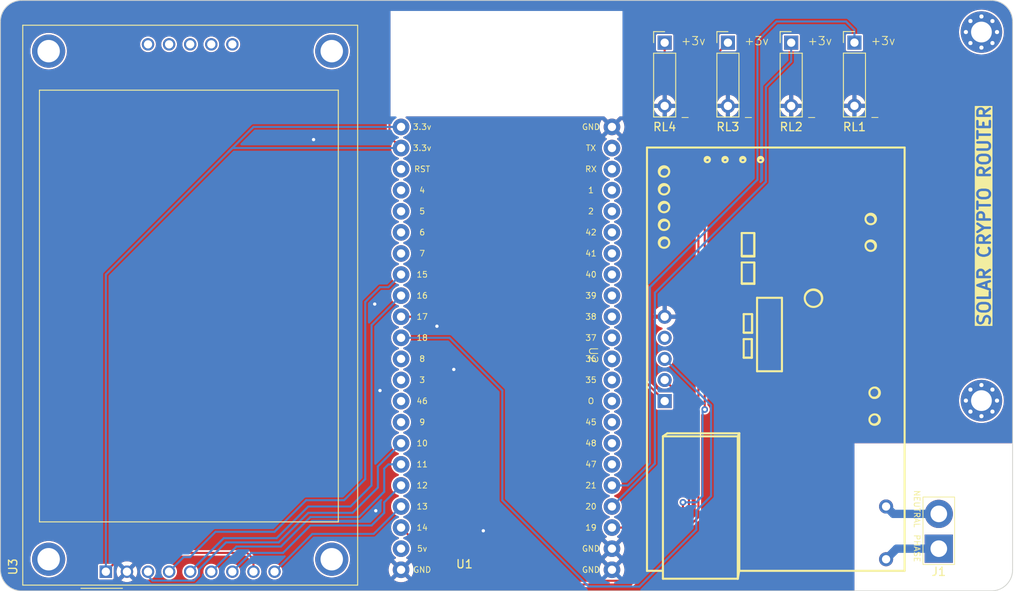
<source format=kicad_pcb>
(kicad_pcb (version 20221018) (generator pcbnew)
  (layers (0 "F.Cu" signal) (31 "B.Cu" signal) (34 "B.Paste" user) (35 "F.Paste" user) (36 "B.SilkS" user "B.Silkscreen") (37 "F.SilkS" user "F.Silkscreen") (38 "B.Mask" user) (39 "F.Mask" user) (44 "Edge.Cuts" user))
  (net 0 "")
  (net 27 "220V_phase")
  (net 28 "220V_neutral")
  (net 29 "/Relay1")
  (net 30 "GND")
  (net 31 "/Relay2")
  (net 32 "/Relay3")
  (net 33 "/Relay4")
  (net 34 "+3.3V")
  (net 35 "/TFT_RST")
  (net 36 "/TFT_DC")
  (net 37 "/TXD")
  (net 38 "/RXD")
  (net 39 "/TFT_CS")
  (net 40 "/TFT_MOSI")
  (net 41 "/TFT_SCK")
  (net 42 "/TFT_MISO")
  (footprint "ssr25routeur:220VCNX" (layer "F.Cu") (at 143.51 104.14 180)
    (fp_text reference "J1" (at 0 -2.77) (layer "F.SilkS"))
    (fp_text value "220vprobe")
    (fp_text user "PHASE" (at 3.048 1.778 270 unlocked) (layer "F.SilkS") (effects (font (size 0.7 0.7) (thickness 0.1)) (justify left bottom)))
    (fp_text user "NEUTRAL" (at 3.048 7.112 270 unlocked) (layer "F.SilkS") (effects (font (size 0.7 0.7) (thickness 0.1)) (justify left bottom)))
    (fp_rect (start -1.905 -1.905) (end 1.905 6.223) (stroke (width 0.1)) (fill none) (layer "F.SilkS"))
    (pad "1" thru_hole rect (at 0 0 180) (size 3.4 3.4) (drill 2) (layers "*.Cu" "*.Mask") (net 27 "220V_phase"))
    (pad "2" thru_hole oval (at 0 4.191 180) (size 3.4 3.4) (drill 2) (layers "*.Cu" "*.Mask") (net 28 "220V_neutral"))
  )
  (footprint "MountingHole:MountingHole_2.5mm_Pad_Via" (layer "F.Cu") (at 148.645825 86.304175)
    (fp_text reference "H2" hide)
    (fp_text value "MountingHole")
    (pad "1" thru_hole circle (at -1.875 0) (size 0.8 0.8) (drill 0.5) (layers "*.Cu" "*.Mask"))
    (pad "1" thru_hole circle (at -1.325825 -1.325825) (size 0.8 0.8) (drill 0.5) (layers "*.Cu" "*.Mask"))
    (pad "1" thru_hole circle (at -1.325825 1.325825) (size 0.8 0.8) (drill 0.5) (layers "*.Cu" "*.Mask"))
    (pad "1" thru_hole circle (at 0 -1.875) (size 0.8 0.8) (drill 0.5) (layers "*.Cu" "*.Mask"))
    (pad "1" thru_hole circle (at 0 0) (size 5 5) (drill 2.5) (layers "*.Cu" "*.Mask"))
    (pad "1" thru_hole circle (at 0 1.875) (size 0.8 0.8) (drill 0.5) (layers "*.Cu" "*.Mask"))
    (pad "1" thru_hole circle (at 1.325825 -1.325825) (size 0.8 0.8) (drill 0.5) (layers "*.Cu" "*.Mask"))
    (pad "1" thru_hole circle (at 1.325825 1.325825) (size 0.8 0.8) (drill 0.5) (layers "*.Cu" "*.Mask"))
    (pad "1" thru_hole circle (at 1.875 0) (size 0.8 0.8) (drill 0.5) (layers "*.Cu" "*.Mask"))
  )
  (footprint "ssr25routeur:JSY-mk-194tpcb" (layer "F.Cu") (at 101.6 81.28 -90)
    (fp_text reference "U2" (at -0.458088 -0.292968 -90 unlocked) (layer "F.SilkS") (effects (font (thickness 0.1))))
    (fp_text value "~")
    (fp_line (start -25.458088 -37.792968) (end -25.458088 -6.760584) (stroke (width 0.25)) (layer "F.SilkS"))
    (fp_line (start -25.458088 -6.760584) (end 25.529106 -6.760584) (stroke (width 0.25)) (layer "F.SilkS"))
    (fp_line (start -15.160345 -19.680943) (end -15.160345 -18.174551) (stroke (width 0.25)) (layer "F.SilkS"))
    (fp_line (start -15.160345 -19.680943) (end -15.071065 -19.696194) (stroke (width 0.25)) (layer "F.SilkS"))
    (fp_line (start -15.160345 -18.174551) (end -12.409542 -18.174551) (stroke (width 0.25)) (layer "F.SilkS"))
    (fp_line (start -12.409542 -19.680943) (end -15.160345 -19.680943) (stroke (width 0.25)) (layer "F.SilkS"))
    (fp_line (start -12.409542 -19.680943) (end -12.336424 -19.696194) (stroke (width 0.25)) (layer "F.SilkS"))
    (fp_line (start -12.409542 -18.174551) (end -12.409542 -19.680943) (stroke (width 0.25)) (layer "F.SilkS"))
    (fp_line (start -12.409542 -18.174551) (end -12.336424 -18.198652) (stroke (width 0.25)) (layer "F.SilkS"))
    (fp_line (start -12.336424 -19.696194) (end -15.071065 -19.696194) (stroke (width 0.25)) (layer "F.SilkS"))
    (fp_line (start -12.336424 -18.198652) (end -12.336424 -19.696194) (stroke (width 0.25)) (layer "F.SilkS"))
    (fp_line (start -11.615411 -19.680943) (end -11.615411 -18.174551) (stroke (width 0.25)) (layer "F.SilkS"))
    (fp_line (start -11.615411 -19.680943) (end -11.546959 -19.696194) (stroke (width 0.25)) (layer "F.SilkS"))
    (fp_line (start -11.615411 -18.174551) (end -9.093842 -18.174551) (stroke (width 0.25)) (layer "F.SilkS"))
    (fp_line (start -9.093842 -19.680943) (end -11.615411 -19.680943) (stroke (width 0.25)) (layer "F.SilkS"))
    (fp_line (start -9.093842 -19.680943) (end -9.040205 -19.696194) (stroke (width 0.25)) (layer "F.SilkS"))
    (fp_line (start -9.093842 -18.174551) (end -9.093842 -19.680943) (stroke (width 0.25)) (layer "F.SilkS"))
    (fp_line (start -9.093842 -18.174551) (end -9.040205 -18.198652) (stroke (width 0.25)) (layer "F.SilkS"))
    (fp_line (start -9.040205 -19.696194) (end -11.546959 -19.696194) (stroke (width 0.25)) (layer "F.SilkS"))
    (fp_line (start -9.040205 -18.198652) (end -9.040205 -19.696194) (stroke (width 0.25)) (layer "F.SilkS"))
    (fp_line (start -7.358877 -23.01729) (end -7.358877 -20.017886) (stroke (width 0.25)) (layer "F.SilkS"))
    (fp_line (start -7.358877 -20.017886) (end 1.484193 -20.017886) (stroke (width 0.25)) (layer "F.SilkS"))
    (fp_line (start -5.392302 -19.40881) (end -5.392302 -18.409762) (stroke (width 0.25)) (layer "F.SilkS"))
    (fp_line (start -5.392302 -19.40881) (end -5.360412 -19.42566) (stroke (width 0.25)) (layer "F.SilkS"))
    (fp_line (start -5.392302 -18.409762) (end -3.16757 -18.409762) (stroke (width 0.25)) (layer "F.SilkS"))
    (fp_line (start -3.16757 -19.40881) (end -5.392302 -19.40881) (stroke (width 0.25)) (layer "F.SilkS"))
    (fp_line (start -3.16757 -19.40881) (end -3.148752 -19.42566) (stroke (width 0.25)) (layer "F.SilkS"))
    (fp_line (start -3.16757 -18.409762) (end -3.16757 -19.40881) (stroke (width 0.25)) (layer "F.SilkS"))
    (fp_line (start -3.16757 -18.409762) (end -3.148752 -18.432482) (stroke (width 0.25)) (layer "F.SilkS"))
    (fp_line (start -3.148752 -19.42566) (end -5.360412 -19.42566) (stroke (width 0.25)) (layer "F.SilkS"))
    (fp_line (start -3.148752 -18.432482) (end -3.148752 -19.42566) (stroke (width 0.25)) (layer "F.SilkS"))
    (fp_line (start -2.381283 -19.381059) (end -2.381283 -18.409762) (stroke (width 0.25)) (layer "F.SilkS"))
    (fp_line (start -2.381283 -19.381059) (end -2.367084 -19.398072) (stroke (width 0.25)) (layer "F.SilkS"))
    (fp_line (start -2.381283 -18.409762) (end -0.147301 -18.409762) (stroke (width 0.25)) (layer "F.SilkS"))
    (fp_line (start -0.147301 -19.381059) (end -2.381283 -19.381059) (stroke (width 0.25)) (layer "F.SilkS"))
    (fp_line (start -0.147301 -19.381059) (end -0.146227 -19.398072) (stroke (width 0.25)) (layer "F.SilkS"))
    (fp_line (start -0.147301 -18.409762) (end -0.147301 -19.381059) (stroke (width 0.25)) (layer "F.SilkS"))
    (fp_line (start -0.147301 -18.409762) (end -0.146227 -18.432482) (stroke (width 0.25)) (layer "F.SilkS"))
    (fp_line (start -0.146227 -19.398072) (end -2.367084 -19.398072) (stroke (width 0.25)) (layer "F.SilkS"))
    (fp_line (start -0.146227 -18.432482) (end -0.146227 -19.398072) (stroke (width 0.25)) (layer "F.SilkS"))
    (fp_line (start 1.484193 -23.01729) (end -7.358877 -23.01729) (stroke (width 0.25)) (layer "F.SilkS"))
    (fp_line (start 1.484193 -20.017886) (end 1.484193 -23.01729) (stroke (width 0.25)) (layer "F.SilkS"))
    (fp_line (start 4.661141 -33.94509) (end 4.64877 -33.904464) (stroke (width 0.25)) (layer "F.SilkS"))
    (fp_line (start 4.682552 -34.107717) (end 4.661141 -33.94509) (stroke (width 0.25)) (layer "F.SilkS"))
    (fp_line (start 8.962046 -17.876606) (end 8.962046 -9.212982) (stroke (width 0.25)) (layer "F.SilkS"))
    (fp_line (start 9.325937 -17.697233) (end 8.962046 -17.876606) (stroke (width 0.25)) (layer "F.SilkS"))
    (fp_line (start 9.325937 -17.697233) (end 9.325937 -8.680436) (stroke (width 0.25)) (layer "F.SilkS"))
    (fp_line (start 9.325937 -8.680436) (end 8.962046 -9.212982) (stroke (width 0.25)) (layer "F.SilkS"))
    (fp_line (start 9.325937 -8.680436) (end 26.480614 -8.680436) (stroke (width 0.25)) (layer "F.SilkS"))
    (fp_line (start 25.444802 -17.876606) (end 8.962046 -17.876606) (stroke (width 0.25)) (layer "F.SilkS"))
    (fp_line (start 25.444802 -17.876606) (end 26.480614 -17.697233) (stroke (width 0.25)) (layer "F.SilkS"))
    (fp_line (start 25.529106 -37.792968) (end -25.458088 -37.792968) (stroke (width 0.25)) (layer "F.SilkS"))
    (fp_line (start 25.529106 -17.862007) (end 25.529106 -37.792968) (stroke (width 0.25)) (layer "F.SilkS"))
    (fp_line (start 25.529106 -6.760584) (end 25.529106 -8.680436) (stroke (width 0.25)) (layer "F.SilkS"))
    (fp_line (start 26.480614 -17.697233) (end 9.325937 -17.697233) (stroke (width 0.25)) (layer "F.SilkS"))
    (fp_line (start 26.480614 -17.697233) (end 26.480614 -8.680436) (stroke (width 0.25)) (layer "F.SilkS"))
    (fp_arc (start -23.905807 -20.145464) (mid -24.17386 -20.431679) (end -23.953977 -20.756369) (stroke (width 0.25)) (layer "F.SilkS"))
    (fp_arc (start -23.875762 -18.014575) (mid -24.169684 -18.271742) (end -23.98608 -18.616436) (stroke (width 0.25)) (layer "F.SilkS"))
    (fp_arc (start -23.860697 -15.886221) (mid -24.164721 -16.121329) (end -24.013732 -16.474753) (stroke (width 0.25)) (layer "F.SilkS"))
    (fp_arc (start -23.84143 -13.758819) (mid -24.159407 -13.975168) (end -24.029688 -14.33723) (stroke (width 0.25)) (layer "F.SilkS"))
    (fp_arc (start -22.212199 -8.311888) (mid -22.971191 -8.576398) (end -22.842211 -9.369745) (stroke (width 0.25)) (layer "F.SilkS"))
    (fp_arc (start -20.080813 -8.313188) (mid -20.837935 -8.56772) (end -20.726696 -9.358699) (stroke (width 0.25)) (layer "F.SilkS"))
    (fp_arc (start -17.933943 -8.32084) (mid -18.69998 -8.552113) (end -18.610883 -9.347325) (stroke (width 0.25)) (layer "F.SilkS"))
    (fp_arc (start -17.198932 -33.205949) (mid -17.253538 -34.012954) (end -16.467847 -34.205123) (stroke (width 0.25)) (layer "F.SilkS"))
    (fp_arc (start -15.754985 -8.345246) (mid -16.550958 -8.522169) (end -16.494762 -9.335629) (stroke (width 0.25)) (layer "F.SilkS"))
    (fp_arc (start -14.018249 -33.219359) (mid -14.044183 -34.034042) (end -13.243928 -34.188873) (stroke (width 0.25)) (layer "F.SilkS"))
    (fp_arc (start -13.527567 -8.41146) (mid -14.351097 -8.441544) (end -14.429131 -9.261921) (stroke (width 0.25)) (layer "F.SilkS"))
    (fp_arc (start -7.703216 -25.838895) (mid -8.156241 -27.341451) (end -6.609626 -27.607699) (stroke (width 0.25)) (layer "F.SilkS"))
    (fp_arc (start 3.44984 -34.279636) (mid 4.141001 -34.730043) (end 4.682552 -34.107717) (stroke (width 0.25)) (layer "F.SilkS"))
    (fp_arc (start 6.732799 -34.435424) (mid 7.607805 -34.635645) (end 7.788423 -33.756384) (stroke (width 0.25)) (layer "F.SilkS"))
    (fp_circle (center -24.010416 -20.444967) (end -23.694275 -20.444967) (stroke (width 0.25)) (fill none) (layer "F.SilkS"))
    (fp_circle (center -24.010416 -18.30364) (end -23.694275 -18.30364) (stroke (width 0.25)) (fill none) (layer "F.SilkS"))
    (fp_circle (center -24.010416 -16.162313) (end -23.694275 -16.162313) (stroke (width 0.25)) (fill none) (layer "F.SilkS"))
    (fp_circle (center -24.010416 -14.020985) (end -23.694275 -14.020985) (stroke (width 0.25)) (fill none) (layer "F.SilkS"))
    (fp_circle (center -22.574953 -8.812389) (end -21.945953 -8.812389) (stroke (width 0.25)) (fill none) (layer "F.SilkS"))
    (fp_circle (center -20.433625 -8.812389) (end -19.804625 -8.812389) (stroke (width 0.25)) (fill none) (layer "F.SilkS"))
    (fp_circle (center -18.292298 -8.812389) (end -17.663298 -8.812389) (stroke (width 0.25)) (fill none) (layer "F.SilkS"))
    (fp_circle (center -16.851613 -33.713142) (end -16.219331 -33.713142) (stroke (width 0.25)) (fill none) (layer "F.SilkS"))
    (fp_circle (center -16.150971 -8.812389) (end -15.521971 -8.812389) (stroke (width 0.25)) (fill none) (layer "F.SilkS"))
    (fp_circle (center -14.009643 -8.812389) (end -13.380644 -8.812389) (stroke (width 0.25)) (fill none) (layer "F.SilkS"))
    (fp_circle (center -13.638371 -33.713142) (end -13.006089 -33.713142) (stroke (width 0.25)) (fill none) (layer "F.SilkS"))
    (fp_circle (center -7.310931 -26.818825) (end -6.256749 -26.818825) (stroke (width 0.25)) (fill none) (layer "F.SilkS"))
    (fp_circle (center 4.079393 -34.181861) (end 4.711675 -34.181861) (stroke (width 0.25)) (fill none) (layer "F.SilkS"))
    (fp_circle (center 7.313537 -34.181861) (end 7.94521 -34.181861) (stroke (width 0.25)) (fill none) (layer "F.SilkS"))
    (pad "1" thru_hole rect (at 5.08 -8.89 270) (size 1.7 1.7) (drill 1) (layers "*.Cu" "*.Mask") (net 34 "+3.3V"))
    (pad "2" thru_hole oval (at 2.54 -8.89 270) (size 1.7 1.7) (drill 1) (layers "*.Cu" "*.Mask") (net 37 "/TXD"))
    (pad "3" thru_hole oval (at 0 -8.89 270) (size 1.7 1.7) (drill 1) (layers "*.Cu" "*.Mask") (net 38 "/RXD"))
    (pad "4" thru_hole oval (at -2.54 -8.89 270) (size 1.7 1.7) (drill 1) (layers "*.Cu" "*.Mask"))
    (pad "5" thru_hole oval (at -5.08 -8.89 270) (size 1.7 1.7) (drill 1) (layers "*.Cu" "*.Mask") (net 30 "GND"))
    (pad "6" thru_hole oval (at 24.13 -35.56 270) (size 1.7 1.7) (drill 1) (layers "*.Cu" "*.Mask") (net 27 "220V_phase"))
    (pad "7" thru_hole oval (at 17.78 -35.56 270) (size 1.7 1.7) (drill 1) (layers "*.Cu" "*.Mask") (net 28 "220V_neutral"))
  )
  (footprint "ssr25routeur:SSR40DA" (layer "F.Cu") (at 118.11 43.19)
    (fp_text reference "RL3" (at 0 10.15) (layer "F.SilkS" knockout))
    (fp_text value "ssr40da")
    (fp_text user "-" (at 1.778 9.525 unlocked) (layer "F.SilkS") (effects (font (thickness 0.1)) (justify left bottom)))
    (fp_text user "+3v" (at 1.905 0.381 unlocked) (layer "F.SilkS") (effects (font (thickness 0.1)) (justify left bottom)))
    (fp_line (start -1.33 -1.33) (end 0 -1.33) (stroke (width 0.12)) (layer "F.SilkS"))
    (fp_line (start -1.33 0) (end -1.33 -1.33) (stroke (width 0.12)) (layer "F.SilkS"))
    (fp_line (start -1.33 1.27) (end -1.33 8.95) (stroke (width 0.12)) (layer "F.SilkS"))
    (fp_line (start -1.33 1.27) (end 1.33 1.27) (stroke (width 0.12)) (layer "F.SilkS"))
    (fp_line (start -1.33 8.95) (end 1.33 8.95) (stroke (width 0.12)) (layer "F.SilkS"))
    (fp_line (start 1.33 1.27) (end 1.33 8.95) (stroke (width 0.12)) (layer "F.SilkS"))
    (pad "3" thru_hole rect (at 0 0) (size 1.7 1.7) (drill 1) (layers "*.Cu" "*.Mask") (net 32 "/Relay3"))
    (pad "4" thru_hole oval (at 0 7.62) (size 1.7 1.7) (drill 1) (layers "*.Cu" "*.Mask") (net 30 "GND"))
  )
  (footprint "ssr25routeur:SSR40DA" (layer "F.Cu") (at 110.49 43.19)
    (fp_text reference "RL4" (at 0 10.15) (layer "F.SilkS" knockout))
    (fp_text value "ssr40da")
    (fp_text user "-" (at 1.778 9.525 unlocked) (layer "F.SilkS") (effects (font (thickness 0.1)) (justify left bottom)))
    (fp_text user "+3v" (at 1.905 0.381 unlocked) (layer "F.SilkS") (effects (font (thickness 0.1)) (justify left bottom)))
    (fp_line (start -1.33 -1.33) (end 0 -1.33) (stroke (width 0.12)) (layer "F.SilkS"))
    (fp_line (start -1.33 0) (end -1.33 -1.33) (stroke (width 0.12)) (layer "F.SilkS"))
    (fp_line (start -1.33 1.27) (end -1.33 8.95) (stroke (width 0.12)) (layer "F.SilkS"))
    (fp_line (start -1.33 1.27) (end 1.33 1.27) (stroke (width 0.12)) (layer "F.SilkS"))
    (fp_line (start -1.33 8.95) (end 1.33 8.95) (stroke (width 0.12)) (layer "F.SilkS"))
    (fp_line (start 1.33 1.27) (end 1.33 8.95) (stroke (width 0.12)) (layer "F.SilkS"))
    (pad "3" thru_hole rect (at 0 0) (size 1.7 1.7) (drill 1) (layers "*.Cu" "*.Mask") (net 33 "/Relay4"))
    (pad "4" thru_hole oval (at 0 7.62) (size 1.7 1.7) (drill 1) (layers "*.Cu" "*.Mask") (net 30 "GND"))
  )
  (footprint "ssr25routeur:AI-S3" (layer "F.Cu") (at 77.481864 108.54)
    (fp_text reference "U1" (at 8.89 -2.54 unlocked) (layer "F.SilkS"))
    (fp_text value "AI-S3")
    (fp_text user "14" (at 3.8 -6.94 unlocked) (layer "F.SilkS") (effects (font (size 0.7 0.7) (thickness 0.1))))
    (fp_text user "20" (at 24.13 -9.48 unlocked) (layer "F.SilkS") (effects (font (size 0.7 0.7) (thickness 0.1))))
    (fp_text user "GND" (at 24.13 -55.2 unlocked) (layer "F.SilkS") (effects (font (size 0.7 0.7) (thickness 0.1))))
    (fp_text user "12" (at 3.8 -12.02 unlocked) (layer "F.SilkS") (effects (font (size 0.7 0.7) (thickness 0.1))))
    (fp_text user "RX" (at 24.13 -50.12 unlocked) (layer "F.SilkS") (effects (font (size 0.7 0.7) (thickness 0.1))))
    (fp_text user "19" (at 24.13 -6.94 unlocked) (layer "F.SilkS") (effects (font (size 0.7 0.7) (thickness 0.1))))
    (fp_text user "GND" (at 24.13 -4.4 unlocked) (layer "F.SilkS") (effects (font (size 0.7 0.7) (thickness 0.1))))
    (fp_text user "2" (at 24.13 -45.04 unlocked) (layer "F.SilkS") (effects (font (size 0.7 0.7) (thickness 0.1))))
    (fp_text user "41" (at 24.13 -39.96 unlocked) (layer "F.SilkS") (effects (font (size 0.7 0.7) (thickness 0.1))))
    (fp_text user "4" (at 3.8 -47.58 unlocked) (layer "F.SilkS") (effects (font (size 0.7 0.7) (thickness 0.1))))
    (fp_text user "15" (at 3.8 -37.42 unlocked) (layer "F.SilkS") (effects (font (size 0.7 0.7) (thickness 0.1))))
    (fp_text user "O" (at 24.13 -22.18 unlocked) (layer "F.SilkS") (effects (font (size 0.7 0.7) (thickness 0.1))))
    (fp_text user "35" (at 24.13 -24.72 unlocked) (layer "F.SilkS") (effects (font (size 0.7 0.7) (thickness 0.1))))
    (fp_text user "42" (at 24.13 -42.5 unlocked) (layer "F.SilkS") (effects (font (size 0.7 0.7) (thickness 0.1))))
    (fp_text user "47" (at 24.13 -14.56 unlocked) (layer "F.SilkS") (effects (font (size 0.7 0.7) (thickness 0.1))))
    (fp_text user "9" (at 3.8 -19.64 unlocked) (layer "F.SilkS") (effects (font (size 0.7 0.7) (thickness 0.1))))
    (fp_text user "46" (at 3.8 -22.18 unlocked) (layer "F.SilkS") (effects (font (size 0.7 0.7) (thickness 0.1))))
    (fp_text user "11" (at 3.8 -14.56 unlocked) (layer "F.SilkS") (effects (font (size 0.7 0.7) (thickness 0.1))))
    (fp_text user "GND" (at 3.8 -1.86 unlocked) (layer "F.SilkS") (effects (font (size 0.7 0.7) (thickness 0.1))))
    (fp_text user "40" (at 24.13 -37.42 unlocked) (layer "F.SilkS") (effects (font (size 0.7 0.7) (thickness 0.1))))
    (fp_text user "8" (at 3.8 -27.26 unlocked) (layer "F.SilkS") (effects (font (size 0.7 0.7) (thickness 0.1))))
    (fp_text user "16" (at 3.8 -34.88 unlocked) (layer "F.SilkS") (effects (font (size 0.7 0.7) (thickness 0.1))))
    (fp_text user "1" (at 24.13 -47.58 unlocked) (layer "F.SilkS") (effects (font (size 0.7 0.7) (thickness 0.1))))
    (fp_text user "RST" (at 3.8 -50.12 unlocked) (layer "F.SilkS") (effects (font (size 0.7 0.7) (thickness 0.1))))
    (fp_text user "21" (at 24.13 -12.02 unlocked) (layer "F.SilkS") (effects (font (size 0.7 0.7) (thickness 0.1))))
    (fp_text user "17" (at 3.8 -32.34 unlocked) (layer "F.SilkS") (effects (font (size 0.7 0.7) (thickness 0.1))))
    (fp_text user "38" (at 24.13 -32.34 unlocked) (layer "F.SilkS") (effects (font (size 0.7 0.7) (thickness 0.1))))
    (fp_text user "18" (at 3.8 -29.8 unlocked) (layer "F.SilkS") (effects (font (size 0.7 0.7) (thickness 0.1))))
    (fp_text user "3.3v" (at 3.8 -52.66 unlocked) (layer "F.SilkS") (effects (font (size 0.7 0.7) (thickness 0.1))))
    (fp_text user "45" (at 24.13 -19.64 unlocked) (layer "F.SilkS") (effects (font (size 0.7 0.7) (thickness 0.1))))
    (fp_text user "5v" (at 3.8 -4.4 unlocked) (layer "F.SilkS") (effects (font (size 0.7 0.7) (thickness 0.1))))
    (fp_text user "36" (at 24.13 -27.26 unlocked) (layer "F.SilkS") (effects (font (size 0.7 0.7) (thickness 0.1))))
    (fp_text user "48" (at 24.13 -17.1 unlocked) (layer "F.SilkS") (effects (font (size 0.7 0.7) (thickness 0.1))))
    (fp_text user "10" (at 3.8 -17.1 unlocked) (layer "F.SilkS") (effects (font (size 0.7 0.7) (thickness 0.1))))
    (fp_text user "7" (at 3.8 -39.96 unlocked) (layer "F.SilkS") (effects (font (size 0.7 0.7) (thickness 0.1))))
    (fp_text user "13" (at 3.8 -9.48 unlocked) (layer "F.SilkS") (effects (font (size 0.7 0.7) (thickness 0.1))))
    (fp_text user "6" (at 3.8 -42.5 unlocked) (layer "F.SilkS") (effects (font (size 0.7 0.7) (thickness 0.1))))
    (fp_text user "3.3v" (at 3.8 -55.2 unlocked) (layer "F.SilkS") (effects (font (size 0.7 0.7) (thickness 0.1))))
    (fp_text user "39" (at 24.13 -34.88 unlocked) (layer "F.SilkS") (effects (font (size 0.7 0.7) (thickness 0.1))))
    (fp_text user "37" (at 24.13 -29.8 unlocked) (layer "F.SilkS") (effects (font (size 0.7 0.7) (thickness 0.1))))
    (fp_text user "3" (at 3.8 -24.72 unlocked) (layer "F.SilkS") (effects (font (size 0.7 0.7) (thickness 0.1))))
    (fp_text user "GND" (at 24.13 -1.86 unlocked) (layer "F.SilkS") (effects (font (size 0.7 0.7) (thickness 0.1))))
    (fp_text user "TX" (at 24.13 -52.66 unlocked) (layer "F.SilkS") (effects (font (size 0.7 0.7) (thickness 0.1))))
    (fp_text user "5" (at 3.8 -45.04 unlocked) (layer "F.SilkS") (effects (font (size 0.7 0.7) (thickness 0.1))))
    (pad "1" thru_hole circle (at 1.258136 -55.2) (size 2 2) (drill 1) (layers "*.Cu" "*.Mask") (net 34 "+3.3V"))
    (pad "2" thru_hole circle (at 1.258136 -52.66) (size 2 2) (drill 1) (layers "*.Cu" "*.Mask") (net 34 "+3.3V"))
    (pad "3" thru_hole circle (at 1.258136 -50.12) (size 2 2) (drill 1) (layers "*.Cu" "*.Mask"))
    (pad "4" thru_hole circle (at 1.258136 -47.58) (size 2 2) (drill 1) (layers "*.Cu" "*.Mask"))
    (pad "5" thru_hole circle (at 1.258136 -45.04) (size 2 2) (drill 1) (layers "*.Cu" "*.Mask"))
    (pad "6" thru_hole circle (at 1.258136 -42.5) (size 2 2) (drill 1) (layers "*.Cu" "*.Mask"))
    (pad "7" thru_hole circle (at 1.258136 -39.96) (size 2 2) (drill 1) (layers "*.Cu" "*.Mask"))
    (pad "8" thru_hole circle (at 1.258136 -37.42) (size 2 2) (drill 1) (layers "*.Cu" "*.Mask") (net 35 "/TFT_RST"))
    (pad "9" thru_hole circle (at 1.258136 -34.88) (size 2 2) (drill 1) (layers "*.Cu" "*.Mask") (net 36 "/TFT_DC"))
    (pad "10" thru_hole circle (at 1.258136 -32.34) (size 2 2) (drill 1) (layers "*.Cu" "*.Mask") (net 37 "/TXD"))
    (pad "11" thru_hole circle (at 1.258136 -29.8) (size 2 2) (drill 1) (layers "*.Cu" "*.Mask") (net 38 "/RXD"))
    (pad "12" thru_hole circle (at 1.258136 -27.26) (size 2 2) (drill 1) (layers "*.Cu" "*.Mask"))
    (pad "13" thru_hole circle (at 1.258136 -24.72) (size 2 2) (drill 1) (layers "*.Cu" "*.Mask"))
    (pad "14" thru_hole circle (at 1.258136 -22.18) (size 2 2) (drill 1) (layers "*.Cu" "*.Mask"))
    (pad "15" thru_hole circle (at 1.258136 -19.64) (size 2 2) (drill 1) (layers "*.Cu" "*.Mask"))
    (pad "16" thru_hole circle (at 1.258136 -17.1) (size 2 2) (drill 1) (layers "*.Cu" "*.Mask") (net 39 "/TFT_CS"))
    (pad "17" thru_hole circle (at 1.258136 -14.56) (size 2 2) (drill 1) (layers "*.Cu" "*.Mask") (net 40 "/TFT_MOSI"))
    (pad "18" thru_hole circle (at 1.258136 -12.02) (size 2 2) (drill 1) (layers "*.Cu" "*.Mask") (net 41 "/TFT_SCK"))
    (pad "19" thru_hole circle (at 1.258136 -9.48) (size 2 2) (drill 1) (layers "*.Cu" "*.Mask") (net 42 "/TFT_MISO"))
    (pad "20" thru_hole circle (at 1.258136 -6.94) (size 2 2) (drill 1) (layers "*.Cu" "*.Mask") (net 33 "/Relay4"))
    (pad "21" thru_hole circle (at 1.258136 -4.4) (size 2 2) (drill 1) (layers "*.Cu" "*.Mask"))
    (pad "22" thru_hole circle (at 1.258136 -1.86) (size 2 2) (drill 1) (layers "*.Cu" "*.Mask") (net 30 "GND"))
    (pad "23" thru_hole circle (at 26.66 -1.86) (size 2 2) (drill 1) (layers "*.Cu" "*.Mask") (net 30 "GND"))
    (pad "24" thru_hole circle (at 26.658136 -4.4) (size 2 2) (drill 1) (layers "*.Cu" "*.Mask") (net 30 "GND"))
    (pad "25" thru_hole circle (at 26.658136 -6.94) (size 2 2) (drill 1) (layers "*.Cu" "*.Mask") (net 32 "/Relay3"))
    (pad "26" thru_hole circle (at 26.658136 -9.48) (size 2 2) (drill 1) (layers "*.Cu" "*.Mask") (net 31 "/Relay2"))
    (pad "27" thru_hole circle (at 26.658136 -12.02) (size 2 2) (drill 1) (layers "*.Cu" "*.Mask") (net 29 "/Relay1"))
    (pad "28" thru_hole circle (at 26.658136 -14.56) (size 2 2) (drill 1) (layers "*.Cu" "*.Mask"))
    (pad "29" thru_hole circle (at 26.658136 -17.1) (size 2 2) (drill 1) (layers "*.Cu" "*.Mask"))
    (pad "30" thru_hole circle (at 26.658136 -19.64) (size 2 2) (drill 1) (layers "*.Cu" "*.Mask"))
    (pad "31" thru_hole circle (at 26.658136 -22.18) (size 2 2) (drill 1) (layers "*.Cu" "*.Mask"))
    (pad "32" thru_hole circle (at 26.658136 -24.72) (size 2 2) (drill 1) (layers "*.Cu" "*.Mask"))
    (pad "33" thru_hole circle (at 26.658136 -27.26) (size 2 2) (drill 1) (layers "*.Cu" "*.Mask"))
    (pad "34" thru_hole circle (at 26.658136 -29.8) (size 2 2) (drill 1) (layers "*.Cu" "*.Mask"))
    (pad "35" thru_hole circle (at 26.658136 -32.34) (size 2 2) (drill 1) (layers "*.Cu" "*.Mask"))
    (pad "36" thru_hole circle (at 26.658136 -34.88) (size 2 2) (drill 1) (layers "*.Cu" "*.Mask"))
    (pad "37" thru_hole circle (at 26.658136 -37.42) (size 2 2) (drill 1) (layers "*.Cu" "*.Mask"))
    (pad "38" thru_hole circle (at 26.658136 -39.96) (size 2 2) (drill 1) (layers "*.Cu" "*.Mask"))
    (pad "39" thru_hole circle (at 26.658136 -42.5) (size 2 2) (drill 1) (layers "*.Cu" "*.Mask"))
    (pad "40" thru_hole circle (at 26.658136 -45.04) (size 2 2) (drill 1) (layers "*.Cu" "*.Mask"))
    (pad "41" thru_hole circle (at 26.658136 -47.58) (size 2 2) (drill 1) (layers "*.Cu" "*.Mask"))
    (pad "42" thru_hole circle (at 26.658136 -50.12) (size 2 2) (drill 1) (layers "*.Cu" "*.Mask"))
    (pad "43" thru_hole circle (at 26.658136 -52.66) (size 2 2) (drill 1) (layers "*.Cu" "*.Mask"))
    (pad "44" thru_hole circle (at 26.658136 -55.2) (size 2 2) (drill 1) (layers "*.Cu" "*.Mask") (net 30 "GND"))
  )
  (footprint "Display:CR2013-MI2120" (layer "F.Cu") (at 43.18 106.91 90)
    (fp_text reference "U3" (at 0.59 -11.18 90) (layer "F.SilkS"))
    (fp_text value "CR2013-MI2120")
    (fp_line (start -2 -3) (end -2 2) (stroke (width 0.12)) (layer "F.SilkS"))
    (fp_line (start -1.62 -10.01) (end 65.82 -10.01) (stroke (width 0.12)) (layer "F.SilkS"))
    (fp_line (start -1.62 30.33) (end -1.62 -10.01) (stroke (width 0.12)) (layer "F.SilkS"))
    (fp_line (start 6 -8) (end 58 -8) (stroke (width 0.12)) (layer "F.SilkS"))
    (fp_line (start 6 28) (end 6 -8) (stroke (width 0.12)) (layer "F.SilkS"))
    (fp_line (start 58 -8) (end 58 28) (stroke (width 0.12)) (layer "F.SilkS"))
    (fp_line (start 58 28) (end 6 28) (stroke (width 0.12)) (layer "F.SilkS"))
    (fp_line (start 65.82 -10.01) (end 65.82 30.33) (stroke (width 0.12)) (layer "F.SilkS"))
    (fp_line (start 65.82 30.33) (end -1.62 30.33) (stroke (width 0.12)) (layer "F.SilkS"))
    (pad "" thru_hole circle (at 1.5 -6.89 90) (size 4 4) (drill 2.7) (layers "*.Cu" "*.Mask"))
    (pad "" thru_hole circle (at 1.5 27.21 90) (size 4 4) (drill 2.7) (layers "*.Cu" "*.Mask"))
    (pad "" thru_hole circle (at 62.7 -6.89 90) (size 4 4) (drill 2.7) (layers "*.Cu" "*.Mask"))
    (pad "" thru_hole circle (at 62.7 27.21 90) (size 4 4) (drill 2.7) (layers "*.Cu" "*.Mask"))
    (pad "1" thru_hole rect (at 0 0 90) (size 1.5 1.5) (drill 1) (layers "*.Cu" "*.Mask") (net 34 "+3.3V"))
    (pad "2" thru_hole circle (at 0 2.54 90) (size 1.5 1.5) (drill 1) (layers "*.Cu" "*.Mask") (net 30 "GND"))
    (pad "3" thru_hole circle (at 0 5.08 90) (size 1.5 1.5) (drill 1) (layers "*.Cu" "*.Mask") (net 39 "/TFT_CS"))
    (pad "4" thru_hole circle (at 0 7.62 90) (size 1.5 1.5) (drill 1) (layers "*.Cu" "*.Mask") (net 35 "/TFT_RST"))
    (pad "5" thru_hole circle (at 0 10.16 90) (size 1.5 1.5) (drill 1) (layers "*.Cu" "*.Mask") (net 36 "/TFT_DC"))
    (pad "6" thru_hole circle (at 0 12.7 90) (size 1.5 1.5) (drill 1) (layers "*.Cu" "*.Mask") (net 40 "/TFT_MOSI"))
    (pad "7" thru_hole circle (at 0 15.24 90) (size 1.5 1.5) (drill 1) (layers "*.Cu" "*.Mask") (net 41 "/TFT_SCK"))
    (pad "8" thru_hole circle (at 0 17.78 90) (size 1.5 1.5) (drill 1) (layers "*.Cu" "*.Mask") (net 34 "+3.3V"))
    (pad "9" thru_hole circle (at 0 20.32 90) (size 1.5 1.5) (drill 1) (layers "*.Cu" "*.Mask") (net 42 "/TFT_MISO"))
    (pad "10" thru_hole circle (at 63.52 5.08 90) (size 1.5 1.5) (drill 1) (layers "*.Cu" "*.Mask"))
    (pad "11" thru_hole circle (at 63.52 7.62 90) (size 1.5 1.5) (drill 1) (layers "*.Cu" "*.Mask"))
    (pad "12" thru_hole circle (at 63.52 10.16 90) (size 1.5 1.5) (drill 1) (layers "*.Cu" "*.Mask"))
    (pad "13" thru_hole circle (at 63.52 12.7 90) (size 1.5 1.5) (drill 1) (layers "*.Cu" "*.Mask"))
    (pad "14" thru_hole circle (at 63.52 15.24 90) (size 1.5 1.5) (drill 1) (layers "*.Cu" "*.Mask"))
  )
  (footprint "ssr25routeur:SSR40DA" (layer "F.Cu") (at 133.35 43.18)
    (fp_text reference "RL1" (at 0 10.16) (layer "F.SilkS" knockout))
    (fp_text value "ssr40da")
    (fp_text user "+3v" (at 1.905 0.381 unlocked) (layer "F.SilkS") (effects (font (thickness 0.1)) (justify left bottom)))
    (fp_text user "-" (at 1.778 9.525 unlocked) (layer "F.SilkS") (effects (font (thickness 0.1)) (justify left bottom)))
    (fp_line (start -1.33 -1.33) (end 0 -1.33) (stroke (width 0.12)) (layer "F.SilkS"))
    (fp_line (start -1.33 0) (end -1.33 -1.33) (stroke (width 0.12)) (layer "F.SilkS"))
    (fp_line (start -1.33 1.27) (end -1.33 8.95) (stroke (width 0.12)) (layer "F.SilkS"))
    (fp_line (start -1.33 1.27) (end 1.33 1.27) (stroke (width 0.12)) (layer "F.SilkS"))
    (fp_line (start -1.33 8.95) (end 1.33 8.95) (stroke (width 0.12)) (layer "F.SilkS"))
    (fp_line (start 1.33 1.27) (end 1.33 8.95) (stroke (width 0.12)) (layer "F.SilkS"))
    (pad "3" thru_hole rect (at 0 0) (size 1.7 1.7) (drill 1) (layers "*.Cu" "*.Mask") (net 29 "/Relay1"))
    (pad "4" thru_hole oval (at 0 7.62) (size 1.7 1.7) (drill 1) (layers "*.Cu" "*.Mask") (net 30 "GND"))
  )
  (footprint "MountingHole:MountingHole_2.5mm_Pad_Via" (layer "F.Cu") (at 148.645825 41.91)
    (fp_text reference "H1" hide)
    (fp_text value "MountingHole")
    (pad "1" thru_hole circle (at -1.875 0) (size 0.8 0.8) (drill 0.5) (layers "*.Cu" "*.Mask"))
    (pad "1" thru_hole circle (at -1.325825 -1.325825) (size 0.8 0.8) (drill 0.5) (layers "*.Cu" "*.Mask"))
    (pad "1" thru_hole circle (at -1.325825 1.325825) (size 0.8 0.8) (drill 0.5) (layers "*.Cu" "*.Mask"))
    (pad "1" thru_hole circle (at 0 -1.875) (size 0.8 0.8) (drill 0.5) (layers "*.Cu" "*.Mask"))
    (pad "1" thru_hole circle (at 0 0) (size 5 5) (drill 2.5) (layers "*.Cu" "*.Mask"))
    (pad "1" thru_hole circle (at 0 1.875) (size 0.8 0.8) (drill 0.5) (layers "*.Cu" "*.Mask"))
    (pad "1" thru_hole circle (at 1.325825 -1.325825) (size 0.8 0.8) (drill 0.5) (layers "*.Cu" "*.Mask"))
    (pad "1" thru_hole circle (at 1.325825 1.325825) (size 0.8 0.8) (drill 0.5) (layers "*.Cu" "*.Mask"))
    (pad "1" thru_hole circle (at 1.875 0) (size 0.8 0.8) (drill 0.5) (layers "*.Cu" "*.Mask"))
  )
  (footprint "ssr25routeur:SSR40DA" (layer "F.Cu") (at 125.73 43.19)
    (fp_text reference "RL2" (at 0 10.15) (layer "F.SilkS" knockout))
    (fp_text value "ssr40da")
    (fp_text user "-" (at 1.778 9.525 unlocked) (layer "F.SilkS") (effects (font (thickness 0.1)) (justify left bottom)))
    (fp_text user "+3v" (at 1.905 0.381 unlocked) (layer "F.SilkS") (effects (font (thickness 0.1)) (justify left bottom)))
    (fp_line (start -1.33 -1.33) (end 0 -1.33) (stroke (width 0.12)) (layer "F.SilkS"))
    (fp_line (start -1.33 0) (end -1.33 -1.33) (stroke (width 0.12)) (layer "F.SilkS"))
    (fp_line (start -1.33 1.27) (end -1.33 8.95) (stroke (width 0.12)) (layer "F.SilkS"))
    (fp_line (start -1.33 1.27) (end 1.33 1.27) (stroke (width 0.12)) (layer "F.SilkS"))
    (fp_line (start -1.33 8.95) (end 1.33 8.95) (stroke (width 0.12)) (layer "F.SilkS"))
    (fp_line (start 1.33 1.27) (end 1.33 8.95) (stroke (width 0.12)) (layer "F.SilkS"))
    (pad "3" thru_hole rect (at 0 0) (size 1.7 1.7) (drill 1) (layers "*.Cu" "*.Mask") (net 31 "/Relay2"))
    (pad "4" thru_hole oval (at 0 7.62) (size 1.7 1.7) (drill 1) (layers "*.Cu" "*.Mask") (net 30 "GND"))
  )
  (gr_line (start 33.02 38.1) (end 149.86 38.1) (stroke (width 0.1)) (layer "Edge.Cuts"))
  (gr_line (start 152.4 40.64) (end 152.4 106.68) (stroke (width 0.1)) (layer "Edge.Cuts"))
  (gr_arc (start 30.48 40.64) (mid 31.223949 38.843949) (end 33.02 38.1) (stroke (width 0.1)) (layer "Edge.Cuts"))
  (gr_line (start 149.86 109.22) (end 33.02 109.22) (stroke (width 0.1)) (layer "Edge.Cuts"))
  (gr_arc (start 33.02 109.22) (mid 31.223949 108.476051) (end 30.48 106.68) (stroke (width 0.1)) (layer "Edge.Cuts"))
  (gr_arc (start 149.86 38.1) (mid 151.656051 38.843949) (end 152.4 40.64) (stroke (width 0.1)) (layer "Edge.Cuts"))
  (gr_line (start 30.48 106.68) (end 30.48 40.64) (stroke (width 0.1)) (layer "Edge.Cuts"))
  (gr_arc (start 152.4 106.68) (mid 151.656051 108.476051) (end 149.86 109.22) (stroke (width 0.1)) (layer "Edge.Cuts"))
  (gr_text "SOLAR CRYPTO ROUTER" (at 149.86 77.47 90) (layer "F.SilkS" knockout) (effects (font (size 1.5 1.5) (thickness 0.3) bold) (justify left bottom)))
  (segment (start 143.51 104.14) (end 138.43 104.14) (width 1) (layer "B.Cu") (net 27))
  (segment (start 138.43 104.14) (end 137.16 105.41) (width 1) (layer "B.Cu") (net 27))
  (segment (start 138.049 99.949) (end 137.16 99.06) (width 1) (layer "B.Cu") (net 28))
  (segment (start 143.51 99.949) (end 138.049 99.949) (width 1) (layer "B.Cu") (net 28))
  (segment (start 104.14 96.52) (end 106.043604 96.52) (width 0.25) (layer "B.Cu") (net 29))
  (segment (start 108.712 93.851604) (end 108.712 72.644) (width 0.25) (layer "B.Cu") (net 29))
  (segment (start 121.666 42.926) (end 123.952 40.64) (width 0.25) (layer "B.Cu") (net 29))
  (segment (start 121.666 59.69) (end 121.666 42.926) (width 0.25) (layer "B.Cu") (net 29))
  (segment (start 132.334 40.64) (end 133.35 41.656) (width 0.25) (layer "B.Cu") (net 29))
  (segment (start 108.712 72.644) (end 121.666 59.69) (width 0.25) (layer "B.Cu") (net 29))
  (segment (start 123.952 40.64) (end 132.334 40.64) (width 0.25) (layer "B.Cu") (net 29))
  (segment (start 133.35 41.656) (end 133.35 43.18) (width 0.25) (layer "B.Cu") (net 29))
  (segment (start 106.043604 96.52) (end 108.712 93.851604) (width 0.25) (layer "B.Cu") (net 29))
  (via (at 75.565 74.676) (size 0.8) (drill 0.4) (layers "F.Cu" "B.Cu") (net 30))
  (via (at 76.2 85.09) (size 0.8) (drill 0.4) (layers "F.Cu" "B.Cu") (net 30))
  (via (at 68.199 54.864) (size 0.8) (drill 0.4) (layers "F.Cu" "B.Cu") (net 30))
  (via (at 83.058 77.343) (size 0.8) (drill 0.4) (layers "F.Cu" "B.Cu") (net 30))
  (via (at 85.09 82.55) (size 0.8) (drill 0.4) (layers "F.Cu" "B.Cu") (net 30))
  (via (at 75.692 99.568) (size 0.8) (drill 0.4) (layers "F.Cu" "B.Cu") (net 30))
  (via (at 88.646 101.981) (size 0.8) (drill 0.4) (layers "F.Cu" "B.Cu") (net 30))
  (segment (start 76.985 108.435) (end 78.74 106.68) (width 0.25) (layer "B.Cu") (net 30))
  (segment (start 47.245 108.435) (end 76.985 108.435) (width 0.25) (layer "B.Cu") (net 30))
  (segment (start 45.72 106.91) (end 47.245 108.435) (width 0.25) (layer "B.Cu") (net 30))
  (segment (start 122.682 48.514) (end 122.682 59.944) (width 0.25) (layer "B.Cu") (net 31))
  (segment (start 122.682 59.944) (end 109.315 73.311) (width 0.25) (layer "B.Cu") (net 31))
  (segment (start 122.682 48.514) (end 125.73 45.466) (width 0.25) (layer "B.Cu") (net 31))
  (segment (start 109.315 73.311) (end 109.315 93.885) (width 0.25) (layer "B.Cu") (net 31))
  (segment (start 125.73 45.466) (end 125.73 43.19) (width 0.25) (layer "B.Cu") (net 31))
  (segment (start 109.315 93.885) (end 104.14 99.06) (width 0.25) (layer "B.Cu") (net 31))
  (segment (start 115.316 87.376) (end 115.316 45.984) (width 0.25) (layer "F.Cu") (net 32))
  (segment (start 112.522 100.076) (end 112.6885 99.9095) (width 0.25) (layer "F.Cu") (net 32))
  (segment (start 104.14 101.6) (end 110.998 101.6) (width 0.25) (layer "F.Cu") (net 32))
  (segment (start 115.316 45.984) (end 118.11 43.19) (width 0.25) (layer "F.Cu") (net 32))
  (segment (start 112.6885 99.9095) (end 112.6885 98.552) (width 0.25) (layer "F.Cu") (net 32))
  (segment (start 110.998 101.6) (end 112.522 100.076) (width 0.25) (layer "F.Cu") (net 32))
  (via (at 112.6885 98.552) (size 0.8) (drill 0.4) (layers "F.Cu" "B.Cu") (net 32))
  (via (at 115.316 87.376) (size 0.8) (drill 0.4) (layers "F.Cu" "B.Cu") (net 32))
  (segment (start 115.062 87.63) (end 115.316 87.376) (width 0.25) (layer "B.Cu") (net 32))
  (segment (start 112.6885 98.552) (end 114.3 98.552) (width 0.25) (layer "B.Cu") (net 32))
  (segment (start 115.062 97.79) (end 115.062 87.63) (width 0.25) (layer "B.Cu") (net 32))
  (segment (start 114.3 98.552) (end 115.062 97.79) (width 0.25) (layer "B.Cu") (net 32))
  (segment (start 114.554 52.07) (end 110.49 48.006) (width 0.25) (layer "F.Cu") (net 33))
  (segment (start 110.49 48.006) (end 110.49 43.19) (width 0.25) (layer "F.Cu") (net 33))
  (segment (start 106.432396 108.455) (end 114.554 100.333396) (width 0.25) (layer "F.Cu") (net 33))
  (segment (start 78.74 101.6) (end 85.595 108.455) (width 0.25) (layer "F.Cu") (net 33))
  (segment (start 114.554 100.333396) (end 114.554 52.07) (width 0.25) (layer "F.Cu") (net 33))
  (segment (start 85.595 108.455) (end 106.432396 108.455) (width 0.25) (layer "F.Cu") (net 33))
  (segment (start 78.74 55.88) (end 77.345 54.485) (width 0.25) (layer "F.Cu") (net 34))
  (segment (start 45.442 104.648) (end 43.18 106.91) (width 0.25) (layer "F.Cu") (net 34))
  (segment (start 108.204 41.148) (end 108.204 84.074) (width 0.25) (layer "F.Cu") (net 34))
  (segment (start 77.345 54.485) (end 77.345 39.318222) (width 0.25) (layer "F.Cu") (net 34))
  (segment (start 60.198 104.648) (end 45.442 104.648) (width 0.25) (layer "F.Cu") (net 34))
  (segment (start 105.918 38.862) (end 108.204 41.148) (width 0.25) (layer "F.Cu") (net 34))
  (segment (start 77.345 39.318222) (end 77.801222 38.862) (width 0.25) (layer "F.Cu") (net 34))
  (segment (start 60.96 106.91) (end 60.96 105.41) (width 0.25) (layer "F.Cu") (net 34))
  (segment (start 77.801222 38.862) (end 105.918 38.862) (width 0.25) (layer "F.Cu") (net 34))
  (segment (start 60.96 105.41) (end 60.198 104.648) (width 0.25) (layer "F.Cu") (net 34))
  (segment (start 108.204 84.074) (end 110.49 86.36) (width 0.25) (layer "F.Cu") (net 34))
  (segment (start 43.18 71.12) (end 57.912 56.388) (width 0.25) (layer "B.Cu") (net 34))
  (segment (start 58.42 55.88) (end 57.912 56.388) (width 0.25) (layer "B.Cu") (net 34))
  (segment (start 43.18 106.91) (end 43.18 71.12) (width 0.25) (layer "B.Cu") (net 34))
  (segment (start 60.96 53.34) (end 78.74 53.34) (width 0.25) (layer "B.Cu") (net 34))
  (segment (start 57.912 56.388) (end 60.96 53.34) (width 0.25) (layer "B.Cu") (net 34))
  (segment (start 78.74 55.88) (end 58.42 55.88) (width 0.25) (layer "B.Cu") (net 34))
  (segment (start 74.422 74.422) (end 76.2 72.644) (width 0.25) (layer "B.Cu") (net 35))
  (segment (start 52.554 105.156) (end 53.34 105.156) (width 0.25) (layer "B.Cu") (net 35))
  (segment (start 74.422 95.758) (end 74.422 74.422) (width 0.25) (layer "B.Cu") (net 35))
  (segment (start 67.31 98.298) (end 71.882 98.298) (width 0.25) (layer "B.Cu") (net 35))
  (segment (start 53.34 105.156) (end 56.388 102.108) (width 0.25) (layer "B.Cu") (net 35))
  (segment (start 50.8 106.91) (end 52.554 105.156) (width 0.25) (layer "B.Cu") (net 35))
  (segment (start 56.388 102.108) (end 63.5 102.108) (width 0.25) (layer "B.Cu") (net 35))
  (segment (start 63.5 102.108) (end 67.31 98.298) (width 0.25) (layer "B.Cu") (net 35))
  (segment (start 71.882 98.298) (end 74.422 95.758) (width 0.25) (layer "B.Cu") (net 35))
  (segment (start 76.2 72.644) (end 77.216 72.644) (width 0.25) (layer "B.Cu") (net 35))
  (segment (start 77.216 72.644) (end 78.74 71.12) (width 0.25) (layer "B.Cu") (net 35))
  (segment (start 67.564 99.06) (end 72.644 99.06) (width 0.25) (layer "B.Cu") (net 36))
  (segment (start 72.644 99.06) (end 75.184 96.52) (width 0.25) (layer "B.Cu") (net 36))
  (segment (start 75.184 77.216) (end 78.74 73.66) (width 0.25) (layer "B.Cu") (net 36))
  (segment (start 63.754 102.87) (end 67.564 99.06) (width 0.25) (layer "B.Cu") (net 36))
  (segment (start 57.38 102.87) (end 63.754 102.87) (width 0.25) (layer "B.Cu") (net 36))
  (segment (start 53.34 106.91) (end 57.38 102.87) (width 0.25) (layer "B.Cu") (net 36))
  (segment (start 75.184 96.52) (end 75.184 77.216) (width 0.25) (layer "B.Cu") (net 36))
  (segment (start 113.413 100.838) (end 106.246 108.005) (width 0.25) (layer "F.Cu") (net 37))
  (segment (start 106.246 108.005) (end 102.925001 108.005) (width 0.25) (layer "F.Cu") (net 37))
  (segment (start 110.49 83.82) (end 113.413 86.743) (width 0.25) (layer "F.Cu") (net 37))
  (segment (start 92.456 97.535999) (end 92.456 83.82) (width 0.25) (layer "F.Cu") (net 37))
  (segment (start 84.836 76.2) (end 78.74 76.2) (width 0.25) (layer "F.Cu") (net 37))
  (segment (start 92.456 83.82) (end 84.836 76.2) (width 0.25) (layer "F.Cu") (net 37))
  (segment (start 102.925001 108.005) (end 92.456 97.535999) (width 0.25) (layer "F.Cu") (net 37))
  (segment (start 113.413 86.743) (end 113.413 100.838) (width 0.25) (layer "F.Cu") (net 37))
  (segment (start 114.3 99.568) (end 114.3 101.854) (width 0.25) (layer "B.Cu") (net 38))
  (segment (start 90.932 85.09) (end 84.582 78.74) (width 0.25) (layer "B.Cu") (net 38))
  (segment (start 84.582 78.74) (end 78.74 78.74) (width 0.25) (layer "B.Cu") (net 38))
  (segment (start 107.442 108.712) (end 101.346 108.712) (width 0.25) (layer "B.Cu") (net 38))
  (segment (start 116.078 97.79) (end 114.3 99.568) (width 0.25) (layer "B.Cu") (net 38))
  (segment (start 116.078 86.868) (end 116.078 97.79) (width 0.25) (layer "B.Cu") (net 38))
  (segment (start 101.346 108.712) (end 90.932 98.298) (width 0.25) (layer "B.Cu") (net 38))
  (segment (start 90.932 98.298) (end 90.932 85.09) (width 0.25) (layer "B.Cu") (net 38))
  (segment (start 110.49 81.28) (end 116.078 86.868) (width 0.25) (layer "B.Cu") (net 38))
  (segment (start 114.3 101.854) (end 107.442 108.712) (width 0.25) (layer "B.Cu") (net 38))
  (segment (start 57.658 103.378) (end 54.415 106.621) (width 0.25) (layer "B.Cu") (net 39))
  (segment (start 48.803 107.985) (end 48.26 107.442) (width 0.25) (layer "B.Cu") (net 39))
  (segment (start 54.415 106.621) (end 54.415 107.35528) (width 0.25) (layer "B.Cu") (net 39))
  (segment (start 78.74 91.44) (end 75.946 94.234) (width 0.25) (layer "B.Cu") (net 39))
  (segment (start 48.26 107.442) (end 48.26 106.91) (width 0.25) (layer "B.Cu") (net 39))
  (segment (start 54.415 107.35528) (end 53.78528 107.985) (width 0.25) (layer "B.Cu") (net 39))
  (segment (start 72.898 99.822) (end 67.564 99.822) (width 0.25) (layer "B.Cu") (net 39))
  (segment (start 53.78528 107.985) (end 48.803 107.985) (width 0.25) (layer "B.Cu") (net 39))
  (segment (start 75.946 94.234) (end 75.946 96.774) (width 0.25) (layer "B.Cu") (net 39))
  (segment (start 75.946 96.774) (end 72.898 99.822) (width 0.25) (layer "B.Cu") (net 39))
  (segment (start 64.008 103.378) (end 57.658 103.378) (width 0.25) (layer "B.Cu") (net 39))
  (segment (start 67.564 99.822) (end 64.008 103.378) (width 0.25) (layer "B.Cu") (net 39))
  (segment (start 58.904 103.886) (end 64.262 103.886) (width 0.25) (layer "B.Cu") (net 40))
  (segment (start 67.818 100.33) (end 73.66 100.33) (width 0.25) (layer "B.Cu") (net 40))
  (segment (start 76.708 94.488) (end 77.216 93.98) (width 0.25) (layer "B.Cu") (net 40))
  (segment (start 64.262 103.886) (end 67.818 100.33) (width 0.25) (layer "B.Cu") (net 40))
  (segment (start 77.216 93.98) (end 78.74 93.98) (width 0.25) (layer "B.Cu") (net 40))
  (segment (start 73.66 100.33) (end 76.708 97.282) (width 0.25) (layer "B.Cu") (net 40))
  (segment (start 55.88 106.91) (end 58.904 103.886) (width 0.25) (layer "B.Cu") (net 40))
  (segment (start 76.708 97.282) (end 76.708 94.488) (width 0.25) (layer "B.Cu") (net 40))
  (segment (start 67.818 101.346) (end 75.184 101.346) (width 0.25) (layer "B.Cu") (net 41))
  (segment (start 76.708 98.552) (end 78.74 96.52) (width 0.25) (layer "B.Cu") (net 41))
  (segment (start 58.42 106.91) (end 60.682 104.648) (width 0.25) (layer "B.Cu") (net 41))
  (segment (start 60.682 104.648) (end 64.516 104.648) (width 0.25) (layer "B.Cu") (net 41))
  (segment (start 75.184 101.346) (end 76.708 99.822) (width 0.25) (layer "B.Cu") (net 41))
  (segment (start 76.708 99.822) (end 76.708 98.552) (width 0.25) (layer "B.Cu") (net 41))
  (segment (start 64.516 104.648) (end 67.818 101.346) (width 0.25) (layer "B.Cu") (net 41))
  (segment (start 63.5 106.91) (end 68.048 102.362) (width 0.25) (layer "B.Cu") (net 42))
  (segment (start 68.048 102.362) (end 75.438 102.362) (width 0.25) (layer "B.Cu") (net 42))
  (segment (start 75.438 102.362) (end 78.74 99.06) (width 0.25) (layer "B.Cu") (net 42))
  (zone (net 30) (net_name "GND") (layers "F&B.Cu") (connect_pads (clearance 0)) (min_thickness 0.25) (fill yes (thermal_gap 0.5) (thermal_bridge_width 0.5))
    (polygon (pts (xy 133.35 109.22) (xy 133.35 91.44) (xy 152.4 91.44) (xy 152.4 38.1) (xy 30.48 38.1) (xy 30.48 109.22)))
  )
  (zone (net 0) (net_name "") (layers "F&B.Cu" "Edge.Cuts") (connect_pads (clearance 0)) (min_thickness 0.25)
    (keepout (tracks not_allowed) (vias not_allowed) (pads not_allowed) (copperpour not_allowed) (footprints allowed))
    (fill (thermal_gap 0.5) (thermal_bridge_width 0.5))
    (polygon (pts (xy 77.47 52.07) (xy 105.41 52.07) (xy 105.41 39.37) (xy 77.47 39.37)))
  )
)
</source>
